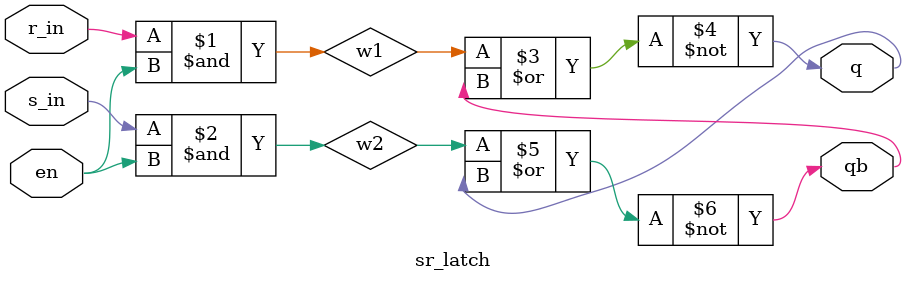
<source format=v>
module sr_latch(s_in,r_in,en,q,qb);
input s_in,r_in,en;
output q,qb;
wire w1,w2;
and G1(w1,r_in,en);
and G2(w2,s_in,en);
nor G3(q,w1,qb);
nor G4(qb,w2,q);
endmodule

</source>
